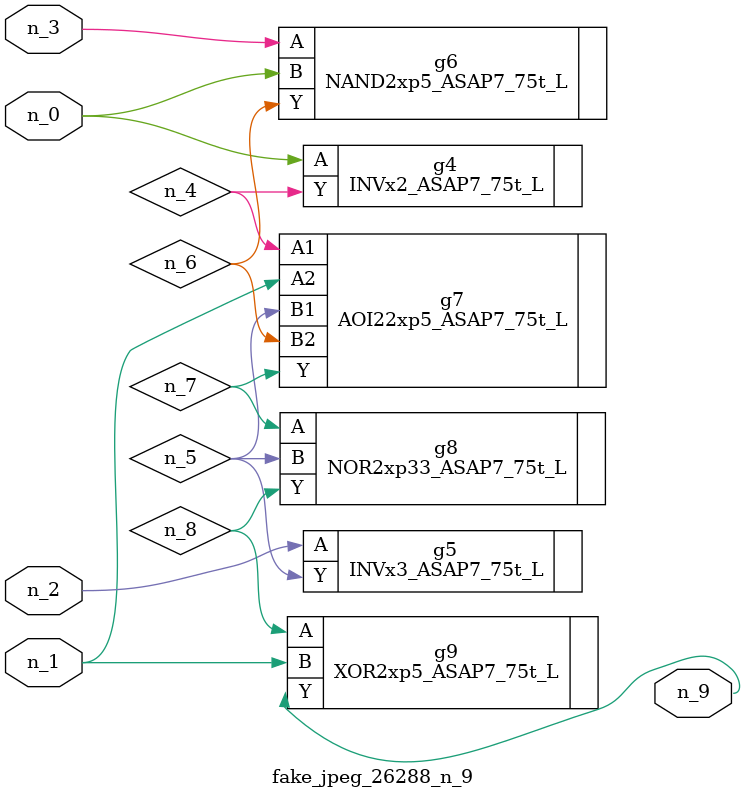
<source format=v>
module fake_jpeg_26288_n_9 (n_0, n_3, n_2, n_1, n_9);

input n_0;
input n_3;
input n_2;
input n_1;

output n_9;

wire n_4;
wire n_8;
wire n_6;
wire n_5;
wire n_7;

INVx2_ASAP7_75t_L g4 ( 
.A(n_0),
.Y(n_4)
);

INVx3_ASAP7_75t_L g5 ( 
.A(n_2),
.Y(n_5)
);

NAND2xp5_ASAP7_75t_L g6 ( 
.A(n_3),
.B(n_0),
.Y(n_6)
);

AOI22xp5_ASAP7_75t_L g7 ( 
.A1(n_4),
.A2(n_1),
.B1(n_5),
.B2(n_6),
.Y(n_7)
);

NOR2xp33_ASAP7_75t_L g8 ( 
.A(n_7),
.B(n_5),
.Y(n_8)
);

XOR2xp5_ASAP7_75t_L g9 ( 
.A(n_8),
.B(n_1),
.Y(n_9)
);


endmodule
</source>
